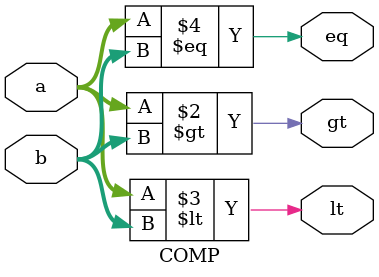
<source format=v>
`timescale 1ns / 1ns


module COMP #(parameter DATAWIDTH = 64)(a,b,gt,lt,eq);

	input [DATAWIDTH - 1:0] a;
	input [DATAWIDTH - 1:0] b;
	output reg gt;
	output reg lt;
	output reg eq;
always @(a,b) begin
		gt <= a>b;
		lt <= a<b;
		eq <= a==b; 

end
endmodule


</source>
